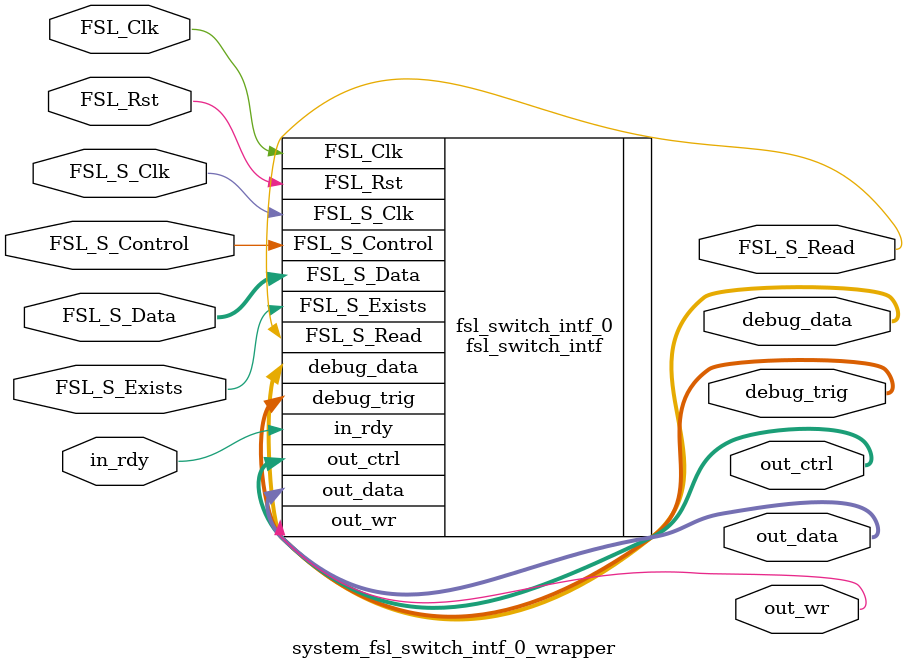
<source format=v>

module system_fsl_switch_intf_0_wrapper
  (
    debug_data,
    debug_trig,
    in_rdy,
    out_wr,
    out_data,
    out_ctrl,
    FSL_Clk,
    FSL_Rst,
    FSL_S_Clk,
    FSL_S_Read,
    FSL_S_Data,
    FSL_S_Control,
    FSL_S_Exists
  );
  output [242:0] debug_data;
  output [3:0] debug_trig;
  input in_rdy;
  output out_wr;
  output [63:0] out_data;
  output [7:0] out_ctrl;
  input FSL_Clk;
  input FSL_Rst;
  input FSL_S_Clk;
  output FSL_S_Read;
  input [0:31] FSL_S_Data;
  input FSL_S_Control;
  input FSL_S_Exists;

  fsl_switch_intf
    fsl_switch_intf_0 (
      .debug_data ( debug_data ),
      .debug_trig ( debug_trig ),
      .in_rdy ( in_rdy ),
      .out_wr ( out_wr ),
      .out_data ( out_data ),
      .out_ctrl ( out_ctrl ),
      .FSL_Clk ( FSL_Clk ),
      .FSL_Rst ( FSL_Rst ),
      .FSL_S_Clk ( FSL_S_Clk ),
      .FSL_S_Read ( FSL_S_Read ),
      .FSL_S_Data ( FSL_S_Data ),
      .FSL_S_Control ( FSL_S_Control ),
      .FSL_S_Exists ( FSL_S_Exists )
    );

endmodule


</source>
